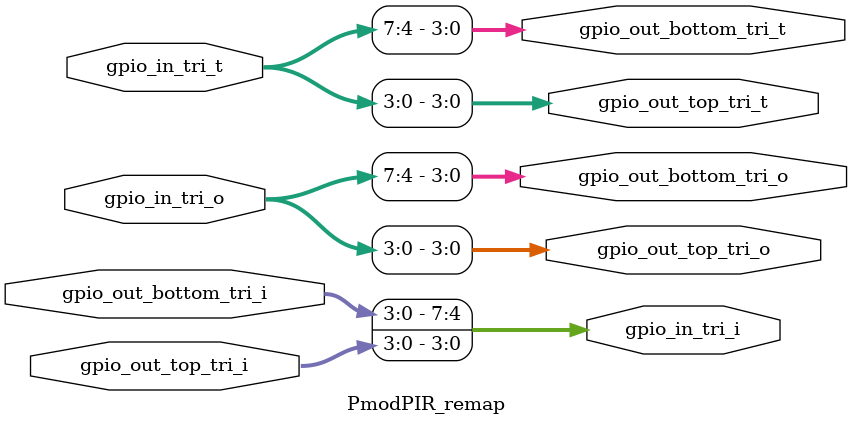
<source format=v>
`timescale 1ns / 1ps


module PmodPIR_remap (
    // GPIO Slave interface, to be connected to AXI GPIO
    (* X_INTERFACE_INFO = "xilinx.com:interface:gpio:1.0 GPIO_IN TRI_T" *)
    (* X_INTERFACE_PARAMETER = "MODE Slave" *) 
    input [7:0] gpio_in_tri_t, // Tristate output signal (optional)
    (* X_INTERFACE_INFO = "xilinx.com:interface:gpio:1.0 GPIO_IN TRI_O" *)
    input [7:0] gpio_in_tri_o, // Tristate output signal (optional)
    (* X_INTERFACE_INFO = "xilinx.com:interface:gpio:1.0 GPIO_IN TRI_I" *)
    output [7:0] gpio_in_tri_i, // Tristate output signal (optional)
    
    // GPIO Master interface, to be connected to Pmod Bridge Top Row
    (* X_INTERFACE_INFO = "xilinx.com:interface:gpio:1.0 GPIO_OUT_TOP TRI_T" *)
    output [3:0] gpio_out_top_tri_t, // Tristate output enable signal (optional)
    (* X_INTERFACE_INFO = "xilinx.com:interface:gpio:1.0 GPIO_OUT_TOP TRI_O" *)
    output [3:0] gpio_out_top_tri_o, // Tristate output signal (optional)
    (* X_INTERFACE_INFO = "xilinx.com:interface:gpio:1.0 GPIO_OUT_TOP TRI_I" *)
    input [3:0] gpio_out_top_tri_i, // Tristate input signal (optional)
    
    // GPIO Master interface, to be connected to Pmod Bridge Bottom Row
    (* X_INTERFACE_INFO = "xilinx.com:interface:gpio:1.0 GPIO_OUT_BOTTOM TRI_T" *)
    output [3:0] gpio_out_bottom_tri_t, // Tristate output enable signal (optional)
    (* X_INTERFACE_INFO = "xilinx.com:interface:gpio:1.0 GPIO_OUT_BOTTOM TRI_O" *)
    output [3:0] gpio_out_bottom_tri_o, // Tristate output signal (optional)
    (* X_INTERFACE_INFO = "xilinx.com:interface:gpio:1.0 GPIO_OUT_BOTTOM TRI_I" *)
    input [3:0] gpio_out_bottom_tri_i // Tristate input signal (optional)
);
    assign {gpio_out_bottom_tri_t, gpio_out_top_tri_t} = gpio_in_tri_t;
    assign {gpio_out_bottom_tri_o, gpio_out_top_tri_o} = gpio_in_tri_o;
    assign gpio_in_tri_i = {gpio_out_bottom_tri_i, gpio_out_top_tri_i};
endmodule
</source>
